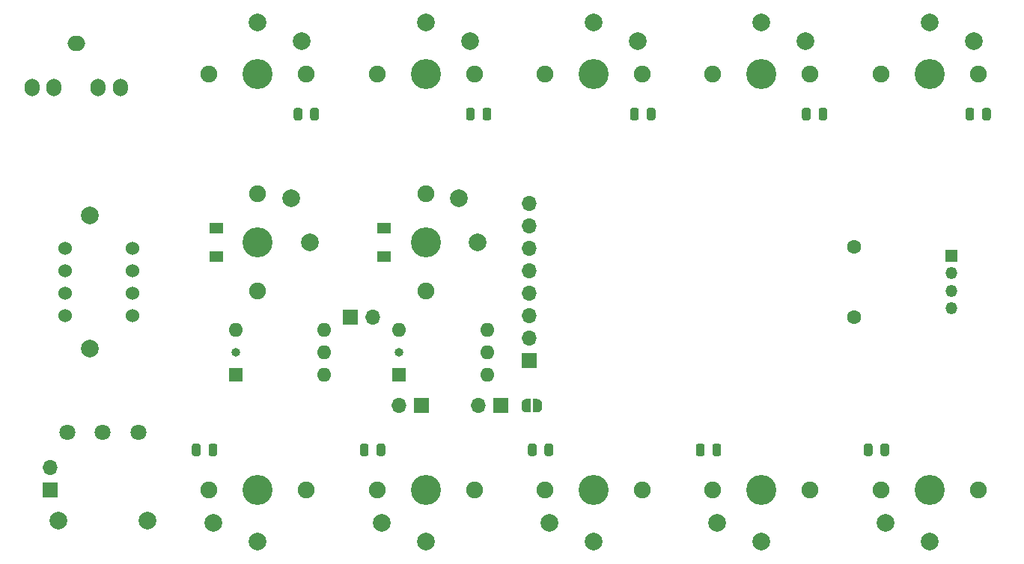
<source format=gbs>
G04 #@! TF.GenerationSoftware,KiCad,Pcbnew,(5.1.8)-1*
G04 #@! TF.CreationDate,2023-06-19T23:59:53+09:00*
G04 #@! TF.ProjectId,windsynth,77696e64-7379-46e7-9468-2e6b69636164,rev?*
G04 #@! TF.SameCoordinates,Original*
G04 #@! TF.FileFunction,Soldermask,Bot*
G04 #@! TF.FilePolarity,Negative*
%FSLAX46Y46*%
G04 Gerber Fmt 4.6, Leading zero omitted, Abs format (unit mm)*
G04 Created by KiCad (PCBNEW (5.1.8)-1) date 2023-06-19 23:59:53*
%MOMM*%
%LPD*%
G01*
G04 APERTURE LIST*
%ADD10O,1.700000X1.700000*%
%ADD11R,1.700000X1.700000*%
%ADD12C,1.900000*%
%ADD13C,3.400000*%
%ADD14C,2.000000*%
%ADD15O,1.700000X2.000000*%
%ADD16O,2.000000X1.700000*%
%ADD17C,1.524000*%
%ADD18O,1.600000X1.600000*%
%ADD19O,1.000000X1.000000*%
%ADD20R,1.600000X1.600000*%
%ADD21R,1.500000X1.200000*%
%ADD22C,1.800000*%
%ADD23C,0.100000*%
%ADD24C,1.600000*%
%ADD25R,1.350000X1.350000*%
%ADD26O,1.350000X1.350000*%
G04 APERTURE END LIST*
D10*
G04 #@! TO.C,R2*
X175460000Y-106000000D03*
D11*
X178000000Y-106000000D03*
G04 #@! TD*
D12*
G04 #@! TO.C,KeyD*
X194000000Y-115500000D03*
X183000000Y-115500000D03*
D13*
X188500000Y-115500000D03*
D14*
X183500000Y-119300000D03*
X188500000Y-121400000D03*
G04 #@! TD*
D15*
G04 #@! TO.C,HEADPHONE*
X134968000Y-70000000D03*
X132468000Y-70000000D03*
X127468000Y-70000000D03*
X124968000Y-70000000D03*
D16*
X129968000Y-65000000D03*
G04 #@! TD*
D17*
G04 #@! TO.C,AE-PAM8012*
X128690000Y-95810000D03*
X128690000Y-93270000D03*
X128690000Y-90730000D03*
X128690000Y-88190000D03*
X136310000Y-95810000D03*
X136310000Y-93270000D03*
X136310000Y-90730000D03*
X136310000Y-88190000D03*
G04 #@! TD*
D18*
G04 #@! TO.C,MIS2503 (Main)*
X158000000Y-102500000D03*
X148000000Y-97400000D03*
X158000000Y-99960000D03*
D19*
X148000000Y-99960000D03*
D18*
X158000000Y-97420000D03*
D20*
X148000000Y-102500000D03*
G04 #@! TD*
D14*
G04 #@! TO.C,KeyB*
X150500000Y-62600000D03*
X155500000Y-64700000D03*
D13*
X150500000Y-68500000D03*
D12*
X156000000Y-68500000D03*
X145000000Y-68500000D03*
G04 #@! TD*
G04 #@! TO.C,D10*
G36*
G01*
X154575000Y-73456250D02*
X154575000Y-72543750D01*
G75*
G02*
X154818750Y-72300000I243750J0D01*
G01*
X155306250Y-72300000D01*
G75*
G02*
X155550000Y-72543750I0J-243750D01*
G01*
X155550000Y-73456250D01*
G75*
G02*
X155306250Y-73700000I-243750J0D01*
G01*
X154818750Y-73700000D01*
G75*
G02*
X154575000Y-73456250I0J243750D01*
G01*
G37*
G36*
G01*
X156450000Y-73456250D02*
X156450000Y-72543750D01*
G75*
G02*
X156693750Y-72300000I243750J0D01*
G01*
X157181250Y-72300000D01*
G75*
G02*
X157425000Y-72543750I0J-243750D01*
G01*
X157425000Y-73456250D01*
G75*
G02*
X157181250Y-73700000I-243750J0D01*
G01*
X156693750Y-73700000D01*
G75*
G02*
X156450000Y-73456250I0J243750D01*
G01*
G37*
G04 #@! TD*
D10*
G04 #@! TO.C,J3*
X181250000Y-83106000D03*
X181250000Y-85646000D03*
X181250000Y-88186000D03*
X181250000Y-90726000D03*
X181250000Y-93266000D03*
X181250000Y-95806000D03*
X181250000Y-98346000D03*
D11*
X181250000Y-100886000D03*
G04 #@! TD*
D14*
G04 #@! TO.C,SPEAKER*
X131500000Y-99500000D03*
X131500000Y-84500000D03*
G04 #@! TD*
G04 #@! TO.C,D1*
G36*
G01*
X220050000Y-110543750D02*
X220050000Y-111456250D01*
G75*
G02*
X219806250Y-111700000I-243750J0D01*
G01*
X219318750Y-111700000D01*
G75*
G02*
X219075000Y-111456250I0J243750D01*
G01*
X219075000Y-110543750D01*
G75*
G02*
X219318750Y-110300000I243750J0D01*
G01*
X219806250Y-110300000D01*
G75*
G02*
X220050000Y-110543750I0J-243750D01*
G01*
G37*
G36*
G01*
X221925000Y-110543750D02*
X221925000Y-111456250D01*
G75*
G02*
X221681250Y-111700000I-243750J0D01*
G01*
X221193750Y-111700000D01*
G75*
G02*
X220950000Y-111456250I0J243750D01*
G01*
X220950000Y-110543750D01*
G75*
G02*
X221193750Y-110300000I243750J0D01*
G01*
X221681250Y-110300000D01*
G75*
G02*
X221925000Y-110543750I0J-243750D01*
G01*
G37*
G04 #@! TD*
G04 #@! TO.C,D2*
G36*
G01*
X201050000Y-110543750D02*
X201050000Y-111456250D01*
G75*
G02*
X200806250Y-111700000I-243750J0D01*
G01*
X200318750Y-111700000D01*
G75*
G02*
X200075000Y-111456250I0J243750D01*
G01*
X200075000Y-110543750D01*
G75*
G02*
X200318750Y-110300000I243750J0D01*
G01*
X200806250Y-110300000D01*
G75*
G02*
X201050000Y-110543750I0J-243750D01*
G01*
G37*
G36*
G01*
X202925000Y-110543750D02*
X202925000Y-111456250D01*
G75*
G02*
X202681250Y-111700000I-243750J0D01*
G01*
X202193750Y-111700000D01*
G75*
G02*
X201950000Y-111456250I0J243750D01*
G01*
X201950000Y-110543750D01*
G75*
G02*
X202193750Y-110300000I243750J0D01*
G01*
X202681250Y-110300000D01*
G75*
G02*
X202925000Y-110543750I0J-243750D01*
G01*
G37*
G04 #@! TD*
G04 #@! TO.C,D3*
G36*
G01*
X182050000Y-110543750D02*
X182050000Y-111456250D01*
G75*
G02*
X181806250Y-111700000I-243750J0D01*
G01*
X181318750Y-111700000D01*
G75*
G02*
X181075000Y-111456250I0J243750D01*
G01*
X181075000Y-110543750D01*
G75*
G02*
X181318750Y-110300000I243750J0D01*
G01*
X181806250Y-110300000D01*
G75*
G02*
X182050000Y-110543750I0J-243750D01*
G01*
G37*
G36*
G01*
X183925000Y-110543750D02*
X183925000Y-111456250D01*
G75*
G02*
X183681250Y-111700000I-243750J0D01*
G01*
X183193750Y-111700000D01*
G75*
G02*
X182950000Y-111456250I0J243750D01*
G01*
X182950000Y-110543750D01*
G75*
G02*
X183193750Y-110300000I243750J0D01*
G01*
X183681250Y-110300000D01*
G75*
G02*
X183925000Y-110543750I0J-243750D01*
G01*
G37*
G04 #@! TD*
G04 #@! TO.C,D4*
G36*
G01*
X163050000Y-110543750D02*
X163050000Y-111456250D01*
G75*
G02*
X162806250Y-111700000I-243750J0D01*
G01*
X162318750Y-111700000D01*
G75*
G02*
X162075000Y-111456250I0J243750D01*
G01*
X162075000Y-110543750D01*
G75*
G02*
X162318750Y-110300000I243750J0D01*
G01*
X162806250Y-110300000D01*
G75*
G02*
X163050000Y-110543750I0J-243750D01*
G01*
G37*
G36*
G01*
X164925000Y-110543750D02*
X164925000Y-111456250D01*
G75*
G02*
X164681250Y-111700000I-243750J0D01*
G01*
X164193750Y-111700000D01*
G75*
G02*
X163950000Y-111456250I0J243750D01*
G01*
X163950000Y-110543750D01*
G75*
G02*
X164193750Y-110300000I243750J0D01*
G01*
X164681250Y-110300000D01*
G75*
G02*
X164925000Y-110543750I0J-243750D01*
G01*
G37*
G04 #@! TD*
G04 #@! TO.C,D5*
G36*
G01*
X144050000Y-110543750D02*
X144050000Y-111456250D01*
G75*
G02*
X143806250Y-111700000I-243750J0D01*
G01*
X143318750Y-111700000D01*
G75*
G02*
X143075000Y-111456250I0J243750D01*
G01*
X143075000Y-110543750D01*
G75*
G02*
X143318750Y-110300000I243750J0D01*
G01*
X143806250Y-110300000D01*
G75*
G02*
X144050000Y-110543750I0J-243750D01*
G01*
G37*
G36*
G01*
X145925000Y-110543750D02*
X145925000Y-111456250D01*
G75*
G02*
X145681250Y-111700000I-243750J0D01*
G01*
X145193750Y-111700000D01*
G75*
G02*
X144950000Y-111456250I0J243750D01*
G01*
X144950000Y-110543750D01*
G75*
G02*
X145193750Y-110300000I243750J0D01*
G01*
X145681250Y-110300000D01*
G75*
G02*
X145925000Y-110543750I0J-243750D01*
G01*
G37*
G04 #@! TD*
G04 #@! TO.C,D6*
G36*
G01*
X232450000Y-73456250D02*
X232450000Y-72543750D01*
G75*
G02*
X232693750Y-72300000I243750J0D01*
G01*
X233181250Y-72300000D01*
G75*
G02*
X233425000Y-72543750I0J-243750D01*
G01*
X233425000Y-73456250D01*
G75*
G02*
X233181250Y-73700000I-243750J0D01*
G01*
X232693750Y-73700000D01*
G75*
G02*
X232450000Y-73456250I0J243750D01*
G01*
G37*
G36*
G01*
X230575000Y-73456250D02*
X230575000Y-72543750D01*
G75*
G02*
X230818750Y-72300000I243750J0D01*
G01*
X231306250Y-72300000D01*
G75*
G02*
X231550000Y-72543750I0J-243750D01*
G01*
X231550000Y-73456250D01*
G75*
G02*
X231306250Y-73700000I-243750J0D01*
G01*
X230818750Y-73700000D01*
G75*
G02*
X230575000Y-73456250I0J243750D01*
G01*
G37*
G04 #@! TD*
G04 #@! TO.C,D7*
G36*
G01*
X213950000Y-73456250D02*
X213950000Y-72543750D01*
G75*
G02*
X214193750Y-72300000I243750J0D01*
G01*
X214681250Y-72300000D01*
G75*
G02*
X214925000Y-72543750I0J-243750D01*
G01*
X214925000Y-73456250D01*
G75*
G02*
X214681250Y-73700000I-243750J0D01*
G01*
X214193750Y-73700000D01*
G75*
G02*
X213950000Y-73456250I0J243750D01*
G01*
G37*
G36*
G01*
X212075000Y-73456250D02*
X212075000Y-72543750D01*
G75*
G02*
X212318750Y-72300000I243750J0D01*
G01*
X212806250Y-72300000D01*
G75*
G02*
X213050000Y-72543750I0J-243750D01*
G01*
X213050000Y-73456250D01*
G75*
G02*
X212806250Y-73700000I-243750J0D01*
G01*
X212318750Y-73700000D01*
G75*
G02*
X212075000Y-73456250I0J243750D01*
G01*
G37*
G04 #@! TD*
G04 #@! TO.C,D8*
G36*
G01*
X194512500Y-73456250D02*
X194512500Y-72543750D01*
G75*
G02*
X194756250Y-72300000I243750J0D01*
G01*
X195243750Y-72300000D01*
G75*
G02*
X195487500Y-72543750I0J-243750D01*
G01*
X195487500Y-73456250D01*
G75*
G02*
X195243750Y-73700000I-243750J0D01*
G01*
X194756250Y-73700000D01*
G75*
G02*
X194512500Y-73456250I0J243750D01*
G01*
G37*
G36*
G01*
X192637500Y-73456250D02*
X192637500Y-72543750D01*
G75*
G02*
X192881250Y-72300000I243750J0D01*
G01*
X193368750Y-72300000D01*
G75*
G02*
X193612500Y-72543750I0J-243750D01*
G01*
X193612500Y-73456250D01*
G75*
G02*
X193368750Y-73700000I-243750J0D01*
G01*
X192881250Y-73700000D01*
G75*
G02*
X192637500Y-73456250I0J243750D01*
G01*
G37*
G04 #@! TD*
G04 #@! TO.C,D9*
G36*
G01*
X174075000Y-73456250D02*
X174075000Y-72543750D01*
G75*
G02*
X174318750Y-72300000I243750J0D01*
G01*
X174806250Y-72300000D01*
G75*
G02*
X175050000Y-72543750I0J-243750D01*
G01*
X175050000Y-73456250D01*
G75*
G02*
X174806250Y-73700000I-243750J0D01*
G01*
X174318750Y-73700000D01*
G75*
G02*
X174075000Y-73456250I0J243750D01*
G01*
G37*
G36*
G01*
X175950000Y-73456250D02*
X175950000Y-72543750D01*
G75*
G02*
X176193750Y-72300000I243750J0D01*
G01*
X176681250Y-72300000D01*
G75*
G02*
X176925000Y-72543750I0J-243750D01*
G01*
X176925000Y-73456250D01*
G75*
G02*
X176681250Y-73700000I-243750J0D01*
G01*
X176193750Y-73700000D01*
G75*
G02*
X175950000Y-73456250I0J243750D01*
G01*
G37*
G04 #@! TD*
D12*
G04 #@! TO.C,KeyC*
X232000000Y-115500000D03*
X221000000Y-115500000D03*
D13*
X226500000Y-115500000D03*
D14*
X221500000Y-119300000D03*
X226500000Y-121400000D03*
G04 #@! TD*
D12*
G04 #@! TO.C,KeyEb*
X213000000Y-115500000D03*
X202000000Y-115500000D03*
D13*
X207500000Y-115500000D03*
D14*
X202500000Y-119300000D03*
X207500000Y-121400000D03*
G04 #@! TD*
D12*
G04 #@! TO.C,KeyE*
X175000000Y-115500000D03*
X164000000Y-115500000D03*
D13*
X169500000Y-115500000D03*
D14*
X164500000Y-119300000D03*
X169500000Y-121400000D03*
G04 #@! TD*
D12*
G04 #@! TO.C,KeyF*
X156000000Y-115500000D03*
X145000000Y-115500000D03*
D13*
X150500000Y-115500000D03*
D14*
X145500000Y-119300000D03*
X150500000Y-121400000D03*
G04 #@! TD*
D12*
G04 #@! TO.C,KeyCs*
X221000000Y-68500000D03*
X232000000Y-68500000D03*
D13*
X226500000Y-68500000D03*
D14*
X231500000Y-64700000D03*
X226500000Y-62600000D03*
G04 #@! TD*
D12*
G04 #@! TO.C,KeyGs*
X202000000Y-68500000D03*
X213000000Y-68500000D03*
D13*
X207500000Y-68500000D03*
D14*
X212500000Y-64700000D03*
X207500000Y-62600000D03*
G04 #@! TD*
G04 #@! TO.C,KeyG*
X188500000Y-62600000D03*
X193500000Y-64700000D03*
D13*
X188500000Y-68500000D03*
D12*
X194000000Y-68500000D03*
X183000000Y-68500000D03*
G04 #@! TD*
D14*
G04 #@! TO.C,KeyA*
X169500000Y-62600000D03*
X174500000Y-64700000D03*
D13*
X169500000Y-68500000D03*
D12*
X175000000Y-68500000D03*
X164000000Y-68500000D03*
G04 #@! TD*
D21*
G04 #@! TO.C,KeyDown*
X164800000Y-85900000D03*
X164800000Y-89100000D03*
D12*
X169500000Y-93000000D03*
X169500000Y-82000000D03*
D13*
X169500000Y-87500000D03*
D14*
X173300000Y-82500000D03*
X175400000Y-87500000D03*
G04 #@! TD*
D21*
G04 #@! TO.C,KeyUp*
X145800000Y-85900000D03*
X145800000Y-89100000D03*
D12*
X150500000Y-93000000D03*
X150500000Y-82000000D03*
D13*
X150500000Y-87500000D03*
D14*
X154300000Y-82500000D03*
X156400000Y-87500000D03*
G04 #@! TD*
G04 #@! TO.C,VOLUME*
X128000000Y-119000000D03*
D22*
X129000000Y-109000000D03*
X133000000Y-109000000D03*
X137000000Y-109000000D03*
D14*
X138000000Y-119000000D03*
G04 #@! TD*
D11*
G04 #@! TO.C,C1*
X161000000Y-96000000D03*
D10*
X163540000Y-96000000D03*
G04 #@! TD*
G04 #@! TO.C,C2*
X127000000Y-112960000D03*
D11*
X127000000Y-115500000D03*
G04 #@! TD*
G04 #@! TO.C,R1*
X169000000Y-106000000D03*
D10*
X166460000Y-106000000D03*
G04 #@! TD*
D23*
G04 #@! TO.C,EN-LED*
G36*
X181350000Y-106750000D02*
G01*
X180850000Y-106750000D01*
X180850000Y-106749398D01*
X180825466Y-106749398D01*
X180776635Y-106744588D01*
X180728510Y-106735016D01*
X180681555Y-106720772D01*
X180636222Y-106701995D01*
X180592949Y-106678864D01*
X180552150Y-106651604D01*
X180514221Y-106620476D01*
X180479524Y-106585779D01*
X180448396Y-106547850D01*
X180421136Y-106507051D01*
X180398005Y-106463778D01*
X180379228Y-106418445D01*
X180364984Y-106371490D01*
X180355412Y-106323365D01*
X180350602Y-106274534D01*
X180350602Y-106250000D01*
X180350000Y-106250000D01*
X180350000Y-105750000D01*
X180350602Y-105750000D01*
X180350602Y-105725466D01*
X180355412Y-105676635D01*
X180364984Y-105628510D01*
X180379228Y-105581555D01*
X180398005Y-105536222D01*
X180421136Y-105492949D01*
X180448396Y-105452150D01*
X180479524Y-105414221D01*
X180514221Y-105379524D01*
X180552150Y-105348396D01*
X180592949Y-105321136D01*
X180636222Y-105298005D01*
X180681555Y-105279228D01*
X180728510Y-105264984D01*
X180776635Y-105255412D01*
X180825466Y-105250602D01*
X180850000Y-105250602D01*
X180850000Y-105250000D01*
X181350000Y-105250000D01*
X181350000Y-106750000D01*
G37*
G36*
X182150000Y-105250602D02*
G01*
X182174534Y-105250602D01*
X182223365Y-105255412D01*
X182271490Y-105264984D01*
X182318445Y-105279228D01*
X182363778Y-105298005D01*
X182407051Y-105321136D01*
X182447850Y-105348396D01*
X182485779Y-105379524D01*
X182520476Y-105414221D01*
X182551604Y-105452150D01*
X182578864Y-105492949D01*
X182601995Y-105536222D01*
X182620772Y-105581555D01*
X182635016Y-105628510D01*
X182644588Y-105676635D01*
X182649398Y-105725466D01*
X182649398Y-105750000D01*
X182650000Y-105750000D01*
X182650000Y-106250000D01*
X182649398Y-106250000D01*
X182649398Y-106274534D01*
X182644588Y-106323365D01*
X182635016Y-106371490D01*
X182620772Y-106418445D01*
X182601995Y-106463778D01*
X182578864Y-106507051D01*
X182551604Y-106547850D01*
X182520476Y-106585779D01*
X182485779Y-106620476D01*
X182447850Y-106651604D01*
X182407051Y-106678864D01*
X182363778Y-106701995D01*
X182318445Y-106720772D01*
X182271490Y-106735016D01*
X182223365Y-106744588D01*
X182174534Y-106749398D01*
X182150000Y-106749398D01*
X182150000Y-106750000D01*
X181650000Y-106750000D01*
X181650000Y-105250000D01*
X182150000Y-105250000D01*
X182150000Y-105250602D01*
G37*
G04 #@! TD*
D20*
G04 #@! TO.C,MIS2503 (Sub)*
X166500000Y-102500000D03*
D18*
X176500000Y-97420000D03*
D19*
X166500000Y-99960000D03*
D18*
X176500000Y-99960000D03*
X166500000Y-97400000D03*
X176500000Y-102500000D03*
G04 #@! TD*
D24*
G04 #@! TO.C,I2C*
X218000000Y-88000000D03*
X218000000Y-96000000D03*
G04 #@! TD*
D25*
G04 #@! TO.C,EXTRA*
X229000000Y-89000000D03*
D26*
X229000000Y-91000000D03*
X229000000Y-93000000D03*
X229000000Y-95000000D03*
G04 #@! TD*
M02*

</source>
